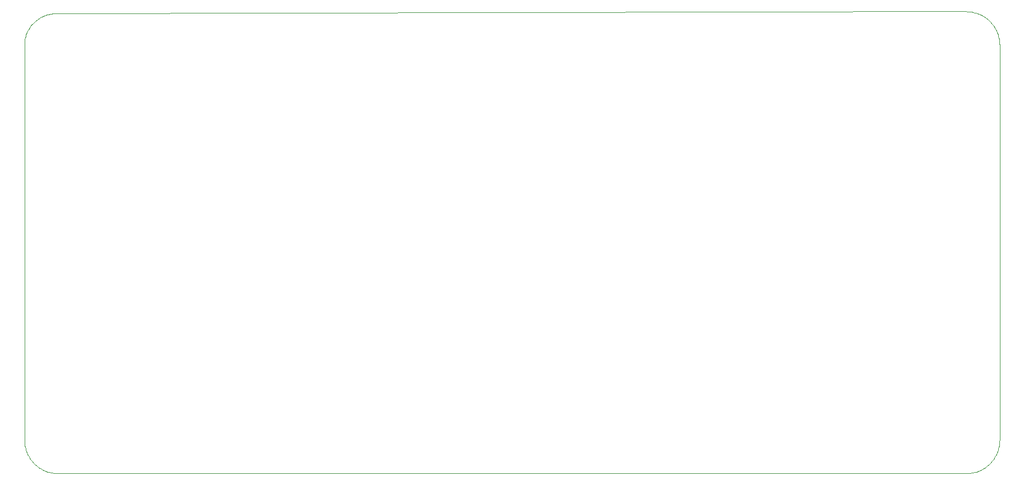
<source format=gko>
G75*
%MOIN*%
%OFA0B0*%
%FSLAX24Y24*%
%IPPOS*%
%LPD*%
%AMOC8*
5,1,8,0,0,1.08239X$1,22.5*
%
%ADD10C,0.0000*%
D10*
X002180Y000180D02*
X056180Y000180D01*
X056267Y000182D01*
X056354Y000188D01*
X056441Y000197D01*
X056527Y000210D01*
X056613Y000227D01*
X056698Y000248D01*
X056781Y000273D01*
X056864Y000301D01*
X056945Y000332D01*
X057025Y000367D01*
X057103Y000406D01*
X057180Y000448D01*
X057255Y000493D01*
X057327Y000542D01*
X057398Y000593D01*
X057466Y000648D01*
X057531Y000705D01*
X057594Y000766D01*
X057655Y000829D01*
X057712Y000894D01*
X057767Y000962D01*
X057818Y001033D01*
X057867Y001105D01*
X057912Y001180D01*
X057954Y001257D01*
X057993Y001335D01*
X058028Y001415D01*
X058059Y001496D01*
X058087Y001579D01*
X058112Y001662D01*
X058133Y001747D01*
X058150Y001833D01*
X058163Y001919D01*
X058172Y002006D01*
X058178Y002093D01*
X058180Y002180D01*
X058180Y025676D01*
X058178Y025763D01*
X058172Y025851D01*
X058163Y025937D01*
X058150Y026024D01*
X058132Y026109D01*
X058112Y026194D01*
X058087Y026278D01*
X058059Y026361D01*
X058027Y026442D01*
X057992Y026522D01*
X057953Y026601D01*
X057911Y026677D01*
X057866Y026752D01*
X057817Y026825D01*
X057766Y026895D01*
X057711Y026963D01*
X057653Y027029D01*
X057593Y027092D01*
X057529Y027152D01*
X057464Y027210D01*
X057395Y027264D01*
X057325Y027316D01*
X057252Y027364D01*
X057177Y027410D01*
X057101Y027451D01*
X057022Y027490D01*
X056942Y027525D01*
X056861Y027557D01*
X056778Y027585D01*
X056694Y027609D01*
X056609Y027629D01*
X056523Y027646D01*
X056437Y027659D01*
X056350Y027669D01*
X056263Y027674D01*
X056176Y027676D01*
X002046Y027554D01*
X001960Y027552D01*
X001873Y027546D01*
X001788Y027536D01*
X001703Y027521D01*
X001618Y027503D01*
X001535Y027482D01*
X001453Y027456D01*
X001371Y027427D01*
X001292Y027393D01*
X001214Y027357D01*
X001138Y027316D01*
X001063Y027272D01*
X000991Y027225D01*
X000921Y027175D01*
X000854Y027121D01*
X000789Y027064D01*
X000726Y027005D01*
X000667Y026942D01*
X000610Y026877D01*
X000557Y026810D01*
X000506Y026739D01*
X000459Y026667D01*
X000416Y026593D01*
X000376Y026516D01*
X000339Y026438D01*
X000306Y026359D01*
X000277Y026277D01*
X000251Y026195D01*
X000230Y026112D01*
X000212Y026027D01*
X000198Y025942D01*
X000188Y025856D01*
X000182Y025770D01*
X000180Y025684D01*
X000180Y002180D01*
X000182Y002093D01*
X000188Y002006D01*
X000197Y001919D01*
X000210Y001833D01*
X000227Y001747D01*
X000248Y001662D01*
X000273Y001579D01*
X000301Y001496D01*
X000332Y001415D01*
X000367Y001335D01*
X000406Y001257D01*
X000448Y001180D01*
X000493Y001105D01*
X000542Y001033D01*
X000593Y000962D01*
X000648Y000894D01*
X000705Y000829D01*
X000766Y000766D01*
X000829Y000705D01*
X000894Y000648D01*
X000962Y000593D01*
X001033Y000542D01*
X001105Y000493D01*
X001180Y000448D01*
X001257Y000406D01*
X001335Y000367D01*
X001415Y000332D01*
X001496Y000301D01*
X001579Y000273D01*
X001662Y000248D01*
X001747Y000227D01*
X001833Y000210D01*
X001919Y000197D01*
X002006Y000188D01*
X002093Y000182D01*
X002180Y000180D01*
M02*

</source>
